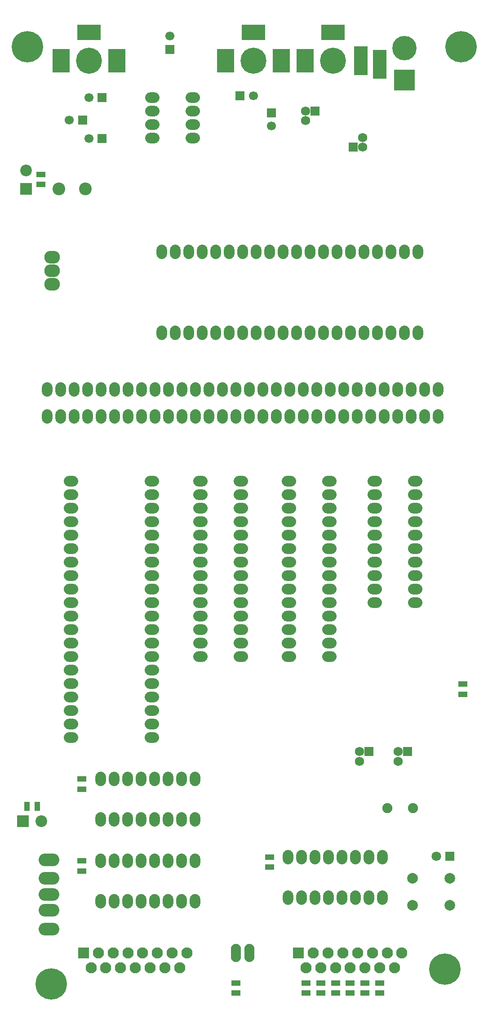
<source format=gbr>
G04 #@! TF.FileFunction,Soldermask,Bot*
%FSLAX46Y46*%
G04 Gerber Fmt 4.6, Leading zero omitted, Abs format (unit mm)*
G04 Created by KiCad (PCBNEW 4.0.4-stable) date 02/16/17 08:27:34*
%MOMM*%
%LPD*%
G01*
G04 APERTURE LIST*
%ADD10C,0.100000*%
%ADD11R,1.800000X1.800000*%
%ADD12C,1.800000*%
%ADD13C,2.000000*%
%ADD14C,1.900000*%
%ADD15C,2.200000*%
%ADD16R,2.200000X2.200000*%
%ADD17C,2.400000*%
%ADD18R,3.900120X3.900120*%
%ADD19C,4.600000*%
%ADD20R,2.600000X5.400000*%
%ADD21O,1.906220X3.414980*%
%ADD22O,3.900000X2.400000*%
%ADD23C,1.750000*%
%ADD24R,1.750000X1.750000*%
%ADD25R,1.100000X1.700000*%
%ADD26R,1.700000X1.100000*%
%ADD27O,2.000000X2.700000*%
%ADD28C,1.700000*%
%ADD29R,1.700000X1.700000*%
%ADD30C,2.100000*%
%ADD31R,2.100000X2.100000*%
%ADD32C,5.900000*%
%ADD33O,2.700000X2.000000*%
%ADD34R,3.200000X4.400000*%
%ADD35R,4.400000X3.000000*%
%ADD36C,4.900000*%
%ADD37O,2.940000X2.432000*%
G04 APERTURE END LIST*
D10*
D11*
X181700000Y-211320000D03*
D12*
X179200000Y-211320000D03*
D13*
X181700000Y-215500000D03*
X181700000Y-220500000D03*
X174700000Y-215500000D03*
X174700000Y-220500000D03*
D14*
X174790940Y-202270000D03*
X169909060Y-202270000D03*
D15*
X104780000Y-204670000D03*
D16*
X101280000Y-204670000D03*
D15*
X101870000Y-82160000D03*
D16*
X101870000Y-85660000D03*
D17*
X113010000Y-85660000D03*
X108010000Y-85660000D03*
D18*
X173200000Y-65200140D03*
D19*
X173200000Y-59200660D03*
D20*
X168501000Y-62200400D03*
D21*
X141440000Y-229500000D03*
X143980000Y-229500000D03*
D22*
X106177400Y-224990800D03*
X106177400Y-211990800D03*
X106177400Y-215490800D03*
X106177400Y-218490800D03*
X106177400Y-221490800D03*
D23*
X165300000Y-77796051D03*
X165300000Y-76000000D03*
D24*
X163503949Y-77796051D03*
D25*
X102080000Y-201910000D03*
X103980000Y-201910000D03*
D26*
X147750000Y-213360000D03*
X147750000Y-211460000D03*
X112410000Y-214080000D03*
X112410000Y-212180000D03*
X112410000Y-198670000D03*
X112410000Y-196770000D03*
X104630000Y-82960000D03*
X104630000Y-84860000D03*
D27*
X179530000Y-123460000D03*
X176990000Y-123460000D03*
X174450000Y-123460000D03*
X171910000Y-123460000D03*
X169370000Y-123460000D03*
X166830000Y-123460000D03*
X164290000Y-123460000D03*
X161750000Y-123460000D03*
X159210000Y-123460000D03*
X156670000Y-123460000D03*
X154130000Y-123460000D03*
X151590000Y-123460000D03*
X149050000Y-123460000D03*
X146510000Y-123460000D03*
X143970000Y-123460000D03*
X141430000Y-123460000D03*
X138890000Y-123460000D03*
X136350000Y-123460000D03*
X133810000Y-123460000D03*
X131270000Y-123460000D03*
X105870000Y-128540000D03*
X108410000Y-128540000D03*
X110950000Y-128540000D03*
X113490000Y-128540000D03*
X116030000Y-128540000D03*
X118570000Y-128540000D03*
X121110000Y-128540000D03*
X123650000Y-128540000D03*
X126190000Y-128540000D03*
X128730000Y-128540000D03*
X131270000Y-128540000D03*
X133810000Y-128540000D03*
X136350000Y-128540000D03*
X138890000Y-128540000D03*
X141430000Y-128540000D03*
X143970000Y-128540000D03*
X146510000Y-128540000D03*
X149050000Y-128540000D03*
X151590000Y-128540000D03*
X154130000Y-128540000D03*
X156670000Y-128540000D03*
X159210000Y-128540000D03*
X161750000Y-128540000D03*
X164290000Y-128540000D03*
X166830000Y-128540000D03*
X169370000Y-128540000D03*
X171910000Y-128540000D03*
X174450000Y-128540000D03*
X176990000Y-128540000D03*
X179530000Y-128540000D03*
X105870000Y-123460000D03*
X108410000Y-123460000D03*
X110950000Y-123460000D03*
X113490000Y-123460000D03*
X116030000Y-123460000D03*
X118570000Y-123460000D03*
X121110000Y-123460000D03*
X123650000Y-123460000D03*
X126190000Y-123460000D03*
X128730000Y-123460000D03*
D26*
X141450000Y-235150000D03*
X141450000Y-237050000D03*
X184180000Y-180820000D03*
X184180000Y-178920000D03*
D28*
X148100000Y-73850000D03*
D29*
X148100000Y-71350000D03*
X142200000Y-68100000D03*
D28*
X144700000Y-68100000D03*
D29*
X129000000Y-59400000D03*
D28*
X129000000Y-56900000D03*
D29*
X116200000Y-76200000D03*
D28*
X113700000Y-76200000D03*
D29*
X112500000Y-72700000D03*
D28*
X110000000Y-72700000D03*
D30*
X172680000Y-229500000D03*
X169900000Y-229500000D03*
X167120000Y-229500000D03*
X164340000Y-229500000D03*
X161560000Y-229500000D03*
X158780000Y-229500000D03*
X156000000Y-229500000D03*
D31*
X153220000Y-229500000D03*
D30*
X171290000Y-232280000D03*
X168510000Y-232280000D03*
X165730000Y-232280000D03*
X162950000Y-232280000D03*
X160170000Y-232280000D03*
X157390000Y-232280000D03*
X154610000Y-232280000D03*
D26*
X168510000Y-237050000D03*
X168510000Y-235150000D03*
X165740000Y-237050000D03*
X165740000Y-235150000D03*
X162950000Y-237050000D03*
X162950000Y-235150000D03*
X160170000Y-237050000D03*
X160170000Y-235150000D03*
X157380000Y-237050000D03*
X157380000Y-235150000D03*
X154610000Y-237050000D03*
X154610000Y-235150000D03*
D23*
X171940000Y-191613949D03*
X171940000Y-193410000D03*
D24*
X173736051Y-191613949D03*
D23*
X164670000Y-191613949D03*
X164670000Y-193410000D03*
D24*
X166466051Y-191613949D03*
D29*
X116200000Y-68500000D03*
D28*
X113700000Y-68500000D03*
D23*
X154500000Y-71003949D03*
X154500000Y-72800000D03*
D24*
X156296051Y-71003949D03*
D30*
X132180000Y-229500000D03*
X129400000Y-229500000D03*
X126620000Y-229500000D03*
X123840000Y-229500000D03*
X121060000Y-229500000D03*
X118280000Y-229500000D03*
X115500000Y-229500000D03*
D31*
X112720000Y-229500000D03*
D30*
X130790000Y-232280000D03*
X128010000Y-232280000D03*
X125230000Y-232280000D03*
X122450000Y-232280000D03*
X119670000Y-232280000D03*
X116890000Y-232280000D03*
X114110000Y-232280000D03*
D32*
X102100000Y-58900000D03*
X183800000Y-58900000D03*
X106600000Y-235350000D03*
D33*
X125700000Y-68500000D03*
X125700000Y-71040000D03*
X125700000Y-73580000D03*
X125700000Y-76120000D03*
X133320000Y-76120000D03*
X133320000Y-73580000D03*
X133320000Y-71040000D03*
X133320000Y-68500000D03*
X151370000Y-140680000D03*
X151370000Y-143220000D03*
X151370000Y-145760000D03*
X151370000Y-148300000D03*
X151370000Y-150840000D03*
X151370000Y-153380000D03*
X151370000Y-155920000D03*
X151370000Y-158460000D03*
X151370000Y-161000000D03*
X151370000Y-163540000D03*
X151370000Y-166080000D03*
X151370000Y-168620000D03*
X151370000Y-171160000D03*
X151370000Y-173700000D03*
X158990000Y-173700000D03*
X158990000Y-171160000D03*
X158990000Y-168620000D03*
X158990000Y-166080000D03*
X158990000Y-163540000D03*
X158990000Y-161000000D03*
X158990000Y-158460000D03*
X158990000Y-155920000D03*
X158990000Y-153380000D03*
X158990000Y-150840000D03*
X158990000Y-148300000D03*
X158990000Y-145760000D03*
X158990000Y-143220000D03*
X158990000Y-140680000D03*
X167610000Y-140670000D03*
X167610000Y-143210000D03*
X167610000Y-145750000D03*
X167610000Y-148290000D03*
X167610000Y-150830000D03*
X167610000Y-153370000D03*
X167610000Y-155910000D03*
X167610000Y-158450000D03*
X167610000Y-160990000D03*
X167610000Y-163530000D03*
X175230000Y-163530000D03*
X175230000Y-160990000D03*
X175230000Y-158450000D03*
X175230000Y-155910000D03*
X175230000Y-153370000D03*
X175230000Y-150830000D03*
X175230000Y-148290000D03*
X175230000Y-145750000D03*
X175230000Y-143210000D03*
X175230000Y-140670000D03*
X134680000Y-140700000D03*
X134680000Y-143240000D03*
X134680000Y-145780000D03*
X134680000Y-148320000D03*
X134680000Y-150860000D03*
X134680000Y-153400000D03*
X134680000Y-155940000D03*
X134680000Y-158480000D03*
X134680000Y-161020000D03*
X134680000Y-163560000D03*
X134680000Y-166100000D03*
X134680000Y-168640000D03*
X134680000Y-171180000D03*
X134680000Y-173720000D03*
X142300000Y-173720000D03*
X142300000Y-171180000D03*
X142300000Y-168640000D03*
X142300000Y-166100000D03*
X142300000Y-163560000D03*
X142300000Y-161020000D03*
X142300000Y-158480000D03*
X142300000Y-155940000D03*
X142300000Y-153400000D03*
X142300000Y-150860000D03*
X142300000Y-148320000D03*
X142300000Y-145780000D03*
X142300000Y-143240000D03*
X142300000Y-140700000D03*
D27*
X151200000Y-219070000D03*
X153740000Y-219070000D03*
X156280000Y-219070000D03*
X158820000Y-219070000D03*
X161360000Y-219070000D03*
X163900000Y-219070000D03*
X166440000Y-219070000D03*
X168980000Y-219070000D03*
X168980000Y-211450000D03*
X166440000Y-211450000D03*
X163900000Y-211450000D03*
X161360000Y-211450000D03*
X158820000Y-211450000D03*
X156280000Y-211450000D03*
X153740000Y-211450000D03*
X151200000Y-211450000D03*
X115900000Y-219800000D03*
X118440000Y-219800000D03*
X120980000Y-219800000D03*
X123520000Y-219800000D03*
X126060000Y-219800000D03*
X128600000Y-219800000D03*
X131140000Y-219800000D03*
X133680000Y-219800000D03*
X133680000Y-212180000D03*
X131140000Y-212180000D03*
X128600000Y-212180000D03*
X126060000Y-212180000D03*
X123520000Y-212180000D03*
X120980000Y-212180000D03*
X118440000Y-212180000D03*
X115900000Y-212180000D03*
X115900000Y-204380000D03*
X118440000Y-204380000D03*
X120980000Y-204380000D03*
X123520000Y-204380000D03*
X126060000Y-204380000D03*
X128600000Y-204380000D03*
X131140000Y-204380000D03*
X133680000Y-204380000D03*
X133680000Y-196760000D03*
X131140000Y-196760000D03*
X128600000Y-196760000D03*
X126060000Y-196760000D03*
X123520000Y-196760000D03*
X120980000Y-196760000D03*
X118440000Y-196760000D03*
X115900000Y-196760000D03*
X127460000Y-112760000D03*
X130000000Y-112760000D03*
X132540000Y-112760000D03*
X135080000Y-112760000D03*
X137620000Y-112760000D03*
X140160000Y-112760000D03*
X142700000Y-112760000D03*
X145240000Y-112760000D03*
X147780000Y-112760000D03*
X150320000Y-112760000D03*
X152860000Y-112760000D03*
X155400000Y-112760000D03*
X157940000Y-112760000D03*
X160480000Y-112760000D03*
X163020000Y-112760000D03*
X165560000Y-112760000D03*
X168100000Y-112760000D03*
X170640000Y-112760000D03*
X173180000Y-112760000D03*
X175720000Y-112760000D03*
X175720000Y-97520000D03*
X173180000Y-97520000D03*
X170640000Y-97520000D03*
X168100000Y-97520000D03*
X165560000Y-97520000D03*
X163020000Y-97520000D03*
X160480000Y-97520000D03*
X157940000Y-97520000D03*
X155400000Y-97520000D03*
X152860000Y-97520000D03*
X150320000Y-97520000D03*
X147780000Y-97520000D03*
X145240000Y-97520000D03*
X142700000Y-97520000D03*
X140160000Y-97520000D03*
X137620000Y-97520000D03*
X135080000Y-97520000D03*
X132540000Y-97520000D03*
X130000000Y-97520000D03*
X127460000Y-97520000D03*
D33*
X110300000Y-140700000D03*
X110300000Y-143240000D03*
X110300000Y-145780000D03*
X110300000Y-148320000D03*
X110300000Y-150860000D03*
X110300000Y-153400000D03*
X110300000Y-155940000D03*
X110300000Y-158480000D03*
X110300000Y-161020000D03*
X110300000Y-163560000D03*
X110300000Y-166100000D03*
X110300000Y-168640000D03*
X110300000Y-171180000D03*
X110300000Y-173720000D03*
X110300000Y-176260000D03*
X110300000Y-178800000D03*
X110300000Y-181340000D03*
X110300000Y-183880000D03*
X110300000Y-186420000D03*
X110300000Y-188960000D03*
X125540000Y-188960000D03*
X125540000Y-186420000D03*
X125540000Y-183880000D03*
X125540000Y-181340000D03*
X125540000Y-178800000D03*
X125540000Y-176260000D03*
X125540000Y-173720000D03*
X125540000Y-171180000D03*
X125540000Y-168640000D03*
X125540000Y-166100000D03*
X125540000Y-163560000D03*
X125540000Y-161020000D03*
X125540000Y-158480000D03*
X125540000Y-155940000D03*
X125540000Y-153400000D03*
X125540000Y-150860000D03*
X125540000Y-148320000D03*
X125540000Y-145780000D03*
X125540000Y-143240000D03*
X125540000Y-140700000D03*
D34*
X108450000Y-61500000D03*
X118950000Y-61500000D03*
D35*
X113700000Y-56200000D03*
D36*
X113700000Y-61500000D03*
D34*
X139450000Y-61500000D03*
X149950000Y-61500000D03*
D35*
X144700000Y-56200000D03*
D36*
X144700000Y-61500000D03*
D34*
X154450000Y-61500000D03*
D20*
X164950000Y-61500000D03*
D35*
X159700000Y-56200000D03*
D36*
X159700000Y-61500000D03*
D37*
X106800000Y-101050000D03*
X106800000Y-98510000D03*
X106800000Y-103590000D03*
D32*
X180800000Y-232600000D03*
M02*

</source>
